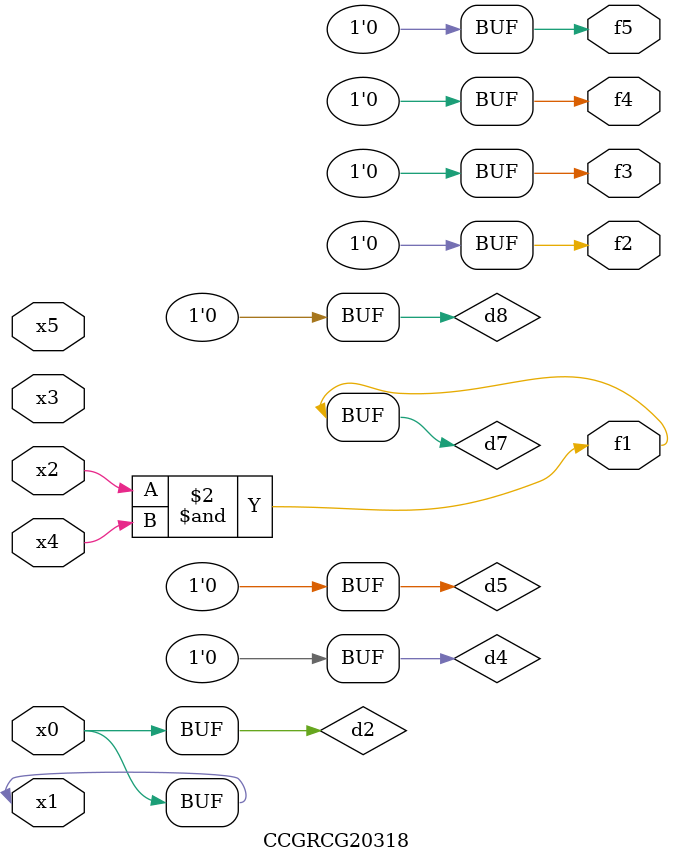
<source format=v>
module CCGRCG20318(
	input x0, x1, x2, x3, x4, x5,
	output f1, f2, f3, f4, f5
);

	wire d1, d2, d3, d4, d5, d6, d7, d8, d9;

	nand (d1, x1);
	buf (d2, x0, x1);
	nand (d3, x2, x4);
	and (d4, d1, d2);
	and (d5, d1, d2);
	nand (d6, d1, d3);
	not (d7, d3);
	xor (d8, d5);
	nor (d9, d5, d6);
	assign f1 = d7;
	assign f2 = d8;
	assign f3 = d8;
	assign f4 = d8;
	assign f5 = d8;
endmodule

</source>
